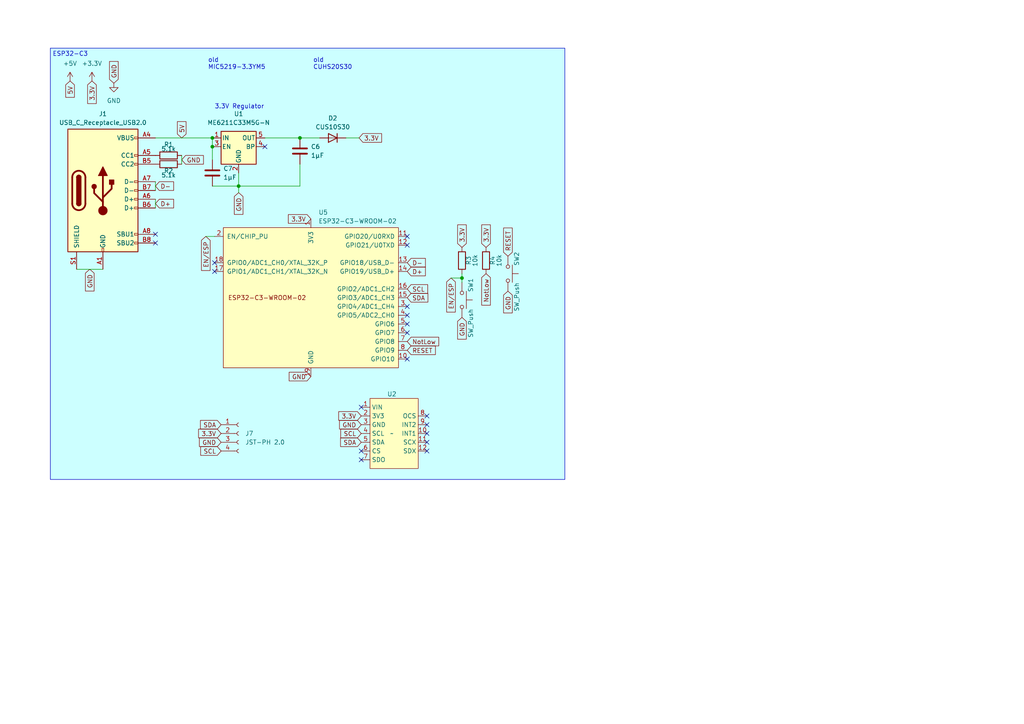
<source format=kicad_sch>
(kicad_sch (version 20230121) (generator eeschema)
  (paper "A4")
  (lib_symbols
    (symbol "Connector:Conn_01x04_Socket" (pin_names (offset 1.016) hide)
      (property "Reference" "J" (at 0 5.08 0))
      (property "Value" "Conn_01x04_Socket" (at 0 -7.62 0))
      (symbol "Conn_01x04_Socket_1_1"
        (arc (start 0 -4.572) (mid -0.5058 -5.08) (end 0 -5.588) (stroke (width 0.1524)))
        (arc (start 0 -2.032) (mid -0.5058 -2.54) (end 0 -3.048) (stroke (width 0.1524)))
        (polyline (pts (xy -1.27 -5.08) (xy -0.508 -5.08)) (stroke (width 0.1524)))
        (polyline (pts (xy -1.27 -2.54) (xy -0.508 -2.54)) (stroke (width 0.1524)))
        (polyline (pts (xy -1.27 0) (xy -0.508 0)) (stroke (width 0.1524)))
        (polyline (pts (xy -1.27 2.54) (xy -0.508 2.54)) (stroke (width 0.1524)))
        (arc (start 0 0.508) (mid -0.5058 0) (end 0 -0.508) (stroke (width 0.1524)))
        (arc (start 0 3.048) (mid -0.5058 2.54) (end 0 2.032) (stroke (width 0.1524)))
        (pin passive line (at -5.08 2.54 0) (length 3.81) (name "Pin_1") (number "1"))
        (pin passive line (at -5.08 0 0) (length 3.81) (name "Pin_2") (number "2"))
        (pin passive line (at -5.08 -2.54 0) (length 3.81) (name "Pin_3") (number "3"))
        (pin passive line (at -5.08 -5.08 0) (length 3.81) (name "Pin_4") (number "4"))
      )
    )
    (symbol "Connector:USB_C_Receptacle_USB2.0" (pin_names (offset 1.016))
      (property "Reference" "J" (at -10.16 19.05 0))
      (property "Value" "USB_C_Receptacle_USB2.0" (at 19.05 19.05 0))
      (symbol "USB_C_Receptacle_USB2.0_0_0"
        (rectangle (start -0.254 -17.78) (end 0.254 -16.764))
        (rectangle (start 10.16 -14.986) (end 9.144 -15.494))
        (rectangle (start 10.16 -12.446) (end 9.144 -12.954))
        (rectangle (start 10.16 -4.826) (end 9.144 -5.334))
        (rectangle (start 10.16 -2.286) (end 9.144 -2.794))
        (rectangle (start 10.16 0.254) (end 9.144 -0.254))
        (rectangle (start 10.16 2.794) (end 9.144 2.286))
        (rectangle (start 10.16 7.874) (end 9.144 7.366))
        (rectangle (start 10.16 10.414) (end 9.144 9.906))
        (rectangle (start 10.16 15.494) (end 9.144 14.986))
      )
      (symbol "USB_C_Receptacle_USB2.0_0_1"
        (rectangle (start -10.16 17.78) (end 10.16 -17.78) (stroke (width 0.254)) (fill (type background)))
        (arc (start -8.89 -3.81) (mid -6.985 -5.7067) (end -5.08 -3.81) (stroke (width 0.508)))
        (arc (start -7.62 -3.81) (mid -6.985 -4.4423) (end -6.35 -3.81) (stroke (width 0.254)))
        (arc (start -7.62 -3.81) (mid -6.985 -4.4423) (end -6.35 -3.81) (stroke (width 0.254)) (fill (type outline)))
        (rectangle (start -7.62 -3.81) (end -6.35 3.81) (stroke (width 0.254)) (fill (type outline)))
        (arc (start -6.35 3.81) (mid -6.985 4.4423) (end -7.62 3.81) (stroke (width 0.254)))
        (arc (start -6.35 3.81) (mid -6.985 4.4423) (end -7.62 3.81) (stroke (width 0.254)) (fill (type outline)))
        (arc (start -5.08 3.81) (mid -6.985 5.7067) (end -8.89 3.81) (stroke (width 0.508)))
        (circle (center -2.54 1.143) (radius 0.635) (stroke (width 0.254)) (fill (type outline)))
        (circle (center 0 -5.842) (radius 1.27) (fill (type outline)))
        (polyline (pts (xy -8.89 -3.81) (xy -8.89 3.81)) (stroke (width 0.508)))
        (polyline (pts (xy -5.08 3.81) (xy -5.08 -3.81)) (stroke (width 0.508)))
        (polyline (pts (xy 0 -5.842) (xy 0 4.318)) (stroke (width 0.508)))
        (polyline (pts (xy 0 -3.302) (xy -2.54 -0.762) (xy -2.54 0.508)) (stroke (width 0.508)))
        (polyline (pts (xy 0 -2.032) (xy 2.54 0.508) (xy 2.54 1.778)) (stroke (width 0.508)))
        (polyline (pts (xy -1.27 4.318) (xy 0 6.858) (xy 1.27 4.318) (xy -1.27 4.318)) (stroke (width 0.254)) (fill (type outline)))
        (rectangle (start 1.905 1.778) (end 3.175 3.048) (stroke (width 0.254)) (fill (type outline)))
      )
      (symbol "USB_C_Receptacle_USB2.0_1_1"
        (pin passive line (at 0 -22.86 90) (length 5.08) (name "GND") (number "A1"))
        (pin passive line (at 0 -22.86 90) (length 5.08) hide (name "GND") (number "A12"))
        (pin passive line (at 15.24 15.24 180) (length 5.08) (name "VBUS") (number "A4"))
        (pin bidirectional line (at 15.24 10.16 180) (length 5.08) (name "CC1") (number "A5"))
        (pin bidirectional line (at 15.24 -2.54 180) (length 5.08) (name "D+") (number "A6"))
        (pin bidirectional line (at 15.24 2.54 180) (length 5.08) (name "D-") (number "A7"))
        (pin bidirectional line (at 15.24 -12.7 180) (length 5.08) (name "SBU1") (number "A8"))
        (pin passive line (at 15.24 15.24 180) (length 5.08) hide (name "VBUS") (number "A9"))
        (pin passive line (at 0 -22.86 90) (length 5.08) hide (name "GND") (number "B1"))
        (pin passive line (at 0 -22.86 90) (length 5.08) hide (name "GND") (number "B12"))
        (pin passive line (at 15.24 15.24 180) (length 5.08) hide (name "VBUS") (number "B4"))
        (pin bidirectional line (at 15.24 7.62 180) (length 5.08) (name "CC2") (number "B5"))
        (pin bidirectional line (at 15.24 -5.08 180) (length 5.08) (name "D+") (number "B6"))
        (pin bidirectional line (at 15.24 0 180) (length 5.08) (name "D-") (number "B7"))
        (pin bidirectional line (at 15.24 -15.24 180) (length 5.08) (name "SBU2") (number "B8"))
        (pin passive line (at 15.24 15.24 180) (length 5.08) hide (name "VBUS") (number "B9"))
        (pin passive line (at -7.62 -22.86 90) (length 5.08) (name "SHIELD") (number "S1"))
      )
    )
    (symbol "Device:C" (pin_numbers hide) (pin_names (offset 0.254))
      (property "Reference" "C" (at 0.635 2.54 0))
      (property "Value" "C" (at 0.635 -2.54 0))
      (symbol "C_0_1"
        (polyline (pts (xy -2.032 -0.762) (xy 2.032 -0.762)) (stroke (width 0.508)))
        (polyline (pts (xy -2.032 0.762) (xy 2.032 0.762)) (stroke (width 0.508)))
      )
      (symbol "C_1_1"
        (pin passive line (at 0 3.81 270) (length 2.794) (name "~") (number "1"))
        (pin passive line (at 0 -3.81 90) (length 2.794) (name "~") (number "2"))
      )
    )
    (symbol "Device:R" (pin_numbers hide) (pin_names (offset 0))
      (property "Reference" "R" (at 2.032 0 90))
      (property "Value" "R" (at 0 0 90))
      (symbol "R_0_1"
        (rectangle (start -1.016 -2.54) (end 1.016 2.54) (stroke (width 0.254)))
      )
      (symbol "R_1_1"
        (pin passive line (at 0 3.81 270) (length 1.27) (name "~") (number "1"))
        (pin passive line (at 0 -3.81 90) (length 1.27) (name "~") (number "2"))
      )
    )
    (symbol "Diode:1N4148WT" (pin_numbers hide) (pin_names hide)
      (property "Reference" "D" (at 0 2.54 0))
      (property "Value" "1N4148WT" (at 0 -2.54 0))
      (symbol "1N4148WT_0_1"
        (polyline (pts (xy -1.27 1.27) (xy -1.27 -1.27)) (stroke (width 0.254)))
        (polyline (pts (xy 1.27 0) (xy -1.27 0)))
        (polyline (pts (xy 1.27 1.27) (xy 1.27 -1.27) (xy -1.27 0) (xy 1.27 1.27)) (stroke (width 0.254)))
      )
      (symbol "1N4148WT_1_1"
        (pin passive line (at -3.81 0 0) (length 2.54) (name "K") (number "1"))
        (pin passive line (at 3.81 0 180) (length 2.54) (name "A") (number "2"))
      )
    )
    (symbol "PCM_Espressif:ESP32-C3-WROOM-02" (pin_names (offset 1.016))
      (property "Reference" "U" (at -25.4 25.4 0))
      (property "Value" "ESP32-C3-WROOM-02" (at -25.4 22.86 0))
      (symbol "ESP32-C3-WROOM-02_0_0"
        (text "ESP32-C3-WROOM-02" (at -12.7 0 0) (effects (font (size 1.27 1.27))))
      )
      (symbol "ESP32-C3-WROOM-02_0_1"
        (rectangle (start 25.4 20.32) (end -25.4 -20.32) (fill (type background)))
      )
      (symbol "ESP32-C3-WROOM-02_1_1"
        (pin power_in line (at 0 22.86 270) (length 2.54) (name "3V3") (number "1"))
        (pin bidirectional line (at 27.94 -17.78 180) (length 2.54) (name "GPIO10") (number "10"))
        (pin bidirectional line (at 27.94 17.78 180) (length 2.54) (name "GPIO20/U0RXD") (number "11"))
        (pin bidirectional line (at 27.94 15.24 180) (length 2.54) (name "GPIO21/U0TXD") (number "12"))
        (pin bidirectional line (at 27.94 10.16 180) (length 2.54) (name "GPIO18/USB_D-") (number "13"))
        (pin bidirectional line (at 27.94 7.62 180) (length 2.54) (name "GPIO19/USB_D+") (number "14"))
        (pin bidirectional line (at 27.94 0 180) (length 2.54) (name "GPIO3/ADC1_CH3") (number "15"))
        (pin bidirectional line (at 27.94 2.54 180) (length 2.54) (name "GPIO2/ADC1_CH2") (number "16"))
        (pin bidirectional line (at -27.94 7.62 0) (length 2.54) (name "GPIO1/ADC1_CH1/XTAL_32K_N") (number "17"))
        (pin bidirectional line (at -27.94 10.16 0) (length 2.54) (name "GPIO0/ADC1_CH0/XTAL_32K_P") (number "18"))
        (pin power_in line (at 0 -22.86 90) (length 2.54) (name "GND") (number "19"))
        (pin input line (at -27.94 17.78 0) (length 2.54) (name "EN/CHIP_PU") (number "2"))
        (pin bidirectional line (at 27.94 -2.54 180) (length 2.54) (name "GPIO4/ADC1_CH4") (number "3"))
        (pin bidirectional line (at 27.94 -5.08 180) (length 2.54) (name "GPIO5/ADC2_CH0") (number "4"))
        (pin bidirectional line (at 27.94 -7.62 180) (length 2.54) (name "GPIO6") (number "5"))
        (pin bidirectional line (at 27.94 -10.16 180) (length 2.54) (name "GPIO7") (number "6"))
        (pin bidirectional line (at 27.94 -12.7 180) (length 2.54) (name "GPIO8") (number "7"))
        (pin bidirectional line (at 27.94 -15.24 180) (length 2.54) (name "GPIO9") (number "8"))
        (pin passive line (at 0 -22.86 90) (length 2.54) hide (name "GND") (number "9"))
      )
    )
    (symbol "Regulator_Linear:MIC5219-3.3YM5" (pin_names (offset 0.254))
      (property "Reference" "U" (at -3.81 5.715 0))
      (property "Value" "MIC5219-3.3YM5" (at 0 5.715 0))
      (symbol "MIC5219-3.3YM5_0_1"
        (rectangle (start -5.08 4.445) (end 5.08 -5.08) (stroke (width 0.254)) (fill (type background)))
      )
      (symbol "MIC5219-3.3YM5_1_1"
        (pin power_in line (at -7.62 2.54 0) (length 2.54) (name "IN") (number "1"))
        (pin power_in line (at 0 -7.62 90) (length 2.54) (name "GND") (number "2"))
        (pin input line (at -7.62 0 0) (length 2.54) (name "EN") (number "3"))
        (pin input line (at 7.62 0 180) (length 2.54) (name "BP") (number "4"))
        (pin power_out line (at 7.62 2.54 180) (length 2.54) (name "OUT") (number "5"))
      )
    )
    (symbol "Switch:SW_Push" (pin_numbers hide) (pin_names (offset 1.016) hide)
      (property "Reference" "SW" (at 1.27 2.54 0))
      (property "Value" "SW_Push" (at 0 -1.524 0))
      (symbol "SW_Push_0_1"
        (circle (center -2.032 0) (radius 0.508))
        (polyline (pts (xy 0 1.27) (xy 0 3.048)))
        (polyline (pts (xy 2.54 1.27) (xy -2.54 1.27)))
        (circle (center 2.032 0) (radius 0.508))
        (pin passive line (at -5.08 0 0) (length 2.54) (name "1") (number "1"))
        (pin passive line (at 5.08 0 180) (length 2.54) (name "2") (number "2"))
      )
    )
    (symbol "power:+3.3V" (power) (pin_names (offset 0))
      (property "Value" "+3.3V" (at 0 3.556 0))
      (symbol "+3.3V_0_1"
        (polyline (pts (xy -0.762 1.27) (xy 0 2.54)))
        (polyline (pts (xy 0 0) (xy 0 2.54)))
        (polyline (pts (xy 0 2.54) (xy 0.762 1.27)))
      )
      (symbol "+3.3V_1_1"
        (pin power_in line (at 0 0 90) (length 0) hide (name "+3.3V") (number "1"))
      )
    )
    (symbol "power:+5V" (power) (pin_names (offset 0))
      (property "Value" "+5V" (at 0 3.556 0))
      (symbol "+5V_0_1"
        (polyline (pts (xy -0.762 1.27) (xy 0 2.54)))
        (polyline (pts (xy 0 0) (xy 0 2.54)))
        (polyline (pts (xy 0 2.54) (xy 0.762 1.27)))
      )
      (symbol "+5V_1_1"
        (pin power_in line (at 0 0 90) (length 0) hide (name "+5V") (number "1"))
      )
    )
    (symbol "power:GND" (power) (pin_names (offset 0))
      (property "Value" "GND" (at 0 -3.81 0))
      (symbol "GND_0_1"
        (polyline (pts (xy 0 0) (xy 0 -1.27) (xy 1.27 -1.27) (xy 0 -2.54) (xy -1.27 -1.27) (xy 0 -1.27)))
      )
      (symbol "GND_1_1"
        (pin power_in line (at 0 0 270) (length 0) hide (name "GND") (number "1"))
      )
    )
    (symbol "yozolab:BMI160-Module"
      (property "Reference" "U2" (at 0 11.43 0))
      (property "Value" "~" (at 0 0 0))
      (property "Footprint" "Yozolab:BMI160-Module" (at 0 13.97 0))
      (symbol "BMI160-Module_1_1"
        (rectangle (start -6.35 10.16) (end 7.62 -10.16) (fill (type background)))
        (pin input line (at -8.89 7.62 0) (length 2.54) (name "VIN") (number "1"))
        (pin input line (at 10.16 0 180) (length 2.54) (name "INT1") (number "10"))
        (pin input line (at 10.16 -2.54 180) (length 2.54) (name "SCX") (number "11"))
        (pin input line (at 10.16 -5.08 180) (length 2.54) (name "SDX") (number "12"))
        (pin input line (at -8.89 5.08 0) (length 2.54) (name "3V3") (number "2"))
        (pin input line (at -8.89 2.54 0) (length 2.54) (name "GND") (number "3"))
        (pin input line (at -8.89 0 0) (length 2.54) (name "SCL") (number "4"))
        (pin input line (at -8.89 -2.54 0) (length 2.54) (name "SDA") (number "5"))
        (pin input line (at -8.89 -5.08 0) (length 2.54) (name "CS") (number "6"))
        (pin input line (at -8.89 -7.62 0) (length 2.54) (name "SDO") (number "7"))
        (pin input line (at 10.16 5.08 180) (length 2.54) (name "OCS") (number "8"))
        (pin input line (at 10.16 2.54 180) (length 2.54) (name "INT2") (number "9"))
      )
    )
  )
  (junction (at 133.985 80.645))
  (junction (at 86.995 40.005))
  (junction (at 61.595 40.005))
  (junction (at 69.215 53.975))
  (junction (at 61.595 42.545))
  (no_connect (at 123.825 130.81))
  (no_connect (at 45.085 70.485))
  (no_connect (at 62.23 78.74))
  (no_connect (at 118.11 88.9))
  (no_connect (at 118.11 68.58))
  (no_connect (at 123.825 128.27))
  (no_connect (at 118.11 91.44))
  (no_connect (at 123.825 123.19))
  (no_connect (at 76.835 42.545))
  (no_connect (at 118.11 96.52))
  (no_connect (at 123.825 125.73))
  (no_connect (at 104.775 130.81))
  (no_connect (at 118.11 104.14))
  (no_connect (at 118.11 71.12))
  (no_connect (at 104.775 118.11))
  (no_connect (at 123.825 120.65))
  (no_connect (at 62.23 76.2))
  (no_connect (at 104.775 133.35))
  (no_connect (at 45.085 67.945))
  (no_connect (at 118.11 93.98))
  (wire (pts (xy 76.835 40.005) (xy 86.995 40.005)))
  (wire (pts (xy 133.985 81.915) (xy 133.985 80.645)))
  (wire (pts (xy 61.595 40.005) (xy 61.595 42.545)))
  (wire (pts (xy 130.81 80.645) (xy 133.985 80.645)))
  (wire (pts (xy 45.085 57.785) (xy 45.085 60.325)))
  (wire (pts (xy 69.215 53.975) (xy 69.215 55.88)))
  (wire (pts (xy 86.995 40.005) (xy 92.71 40.005)))
  (wire (pts (xy 69.215 50.165) (xy 69.215 53.975)))
  (wire (pts (xy 45.085 40.005) (xy 61.595 40.005)))
  (wire (pts (xy 133.985 80.645) (xy 133.985 79.375)))
  (wire (pts (xy 45.085 52.705) (xy 45.085 55.245)))
  (wire (pts (xy 52.705 45.085) (xy 52.705 47.625)))
  (wire (pts (xy 86.995 47.625) (xy 86.995 53.975)))
  (wire (pts (xy 59.69 68.58) (xy 62.23 68.58)))
  (wire (pts (xy 86.995 53.975) (xy 69.215 53.975)))
  (wire (pts (xy 100.33 40.005) (xy 104.14 40.005)))
  (wire (pts (xy 61.595 53.975) (xy 69.215 53.975)))
  (wire (pts (xy 22.225 78.105) (xy 29.845 78.105)))
  (wire (pts (xy 61.595 42.545) (xy 61.595 46.355)))
  (rectangle (start 14.605 13.97) (end 163.83 139.065) (fill (type color) (color 0 255 255 0.2)))
  (text "ESP32-C3" (at 15.24 16.51 0) (effects (font (size 1.27 1.27)) (justify left bottom)))
  (text "old\nCUHS20S30" (at 90.805 20.32 0) (effects (font (size 1.27 1.27)) (justify left bottom)))
  (text "3.3V Regulator" (at 62.23 31.75 0) (effects (font (size 1.27 1.27)) (justify left bottom)))
  (text "old\nMIC5219-3.3YM5" (at 60.325 20.32 0) (effects (font (size 1.27 1.27)) (justify left bottom)))
  (global_label "GND" (shape input) (at 33.02 24.13 90) (property "Intersheetrefs" "${INTERSHEET_REFS}" (effects hide)))
  (global_label "NotLow" (shape input) (at 140.97 79.375 270) (property "Intersheetrefs" "${INTERSHEET_REFS}" (effects hide)))
  (global_label "D-" (shape input) (at 45.085 53.975 0) (property "Intersheetrefs" "${INTERSHEET_REFS}" (effects hide)))
  (global_label "GND" (shape input) (at 104.775 123.19 180) (property "Intersheetrefs" "${INTERSHEET_REFS}" (effects hide)))
  (global_label "SDA" (shape input) (at 118.11 86.36 0) (property "Intersheetrefs" "${INTERSHEET_REFS}" (effects hide)))
  (global_label "GND" (shape input) (at 69.215 55.88 270) (property "Intersheetrefs" "${INTERSHEET_REFS}" (effects hide)))
  (global_label "3.3V" (shape input) (at 90.17 63.5 180) (property "Intersheetrefs" "${INTERSHEET_REFS}" (effects hide)))
  (global_label "EN{slash}ESP" (shape input) (at 130.81 80.645 270) (property "Intersheetrefs" "${INTERSHEET_REFS}" (effects hide)))
  (global_label "RESET" (shape input) (at 118.11 101.6 0) (property "Intersheetrefs" "${INTERSHEET_REFS}" (effects hide)))
  (global_label "3.3V" (shape input) (at 104.14 40.005 0) (property "Intersheetrefs" "${INTERSHEET_REFS}" (effects hide)))
  (global_label "GND" (shape input) (at 52.705 46.355 0) (property "Intersheetrefs" "${INTERSHEET_REFS}" (effects hide)))
  (global_label "RESET" (shape input) (at 147.32 74.295 90) (property "Intersheetrefs" "${INTERSHEET_REFS}" (effects hide)))
  (global_label "3.3V" (shape input) (at 133.985 71.755 90) (property "Intersheetrefs" "${INTERSHEET_REFS}" (effects hide)))
  (global_label "SCL" (shape input) (at 118.11 83.82 0) (property "Intersheetrefs" "${INTERSHEET_REFS}" (effects hide)))
  (global_label "3.3V" (shape input) (at 140.97 71.755 90) (property "Intersheetrefs" "${INTERSHEET_REFS}" (effects hide)))
  (global_label "GND" (shape input) (at 90.17 109.22 180) (property "Intersheetrefs" "${INTERSHEET_REFS}" (effects hide)))
  (global_label "NotLow" (shape input) (at 118.11 99.06 0) (property "Intersheetrefs" "${INTERSHEET_REFS}" (effects hide)))
  (global_label "GND" (shape input) (at 133.985 92.075 270) (property "Intersheetrefs" "${INTERSHEET_REFS}" (effects hide)))
  (global_label "GND" (shape input) (at 26.035 78.105 270) (property "Intersheetrefs" "${INTERSHEET_REFS}" (effects hide)))
  (global_label "SDA" (shape input) (at 64.135 123.19 180) (property "Intersheetrefs" "${INTERSHEET_REFS}" (effects hide)))
  (global_label "GND" (shape input) (at 147.32 84.455 270) (property "Intersheetrefs" "${INTERSHEET_REFS}" (effects hide)))
  (global_label "SDA" (shape input) (at 104.775 128.27 180) (property "Intersheetrefs" "${INTERSHEET_REFS}" (effects hide)))
  (global_label "D+" (shape input) (at 118.11 78.74 0) (property "Intersheetrefs" "${INTERSHEET_REFS}" (effects hide)))
  (global_label "EN{slash}ESP" (shape input) (at 59.69 68.58 270) (property "Intersheetrefs" "${INTERSHEET_REFS}" (effects hide)))
  (global_label "D+" (shape input) (at 45.085 59.055 0) (property "Intersheetrefs" "${INTERSHEET_REFS}" (effects hide)))
  (global_label "3.3V" (shape input) (at 104.775 120.65 180) (property "Intersheetrefs" "${INTERSHEET_REFS}" (effects hide)))
  (global_label "GND" (shape input) (at 64.135 128.27 180) (property "Intersheetrefs" "${INTERSHEET_REFS}" (effects hide)))
  (global_label "5V" (shape input) (at 52.705 40.005 90) (property "Intersheetrefs" "${INTERSHEET_REFS}" (effects hide)))
  (global_label "SCL" (shape input) (at 64.135 130.81 180) (property "Intersheetrefs" "${INTERSHEET_REFS}" (effects hide)))
  (global_label "5V" (shape input) (at 20.32 23.495 270) (property "Intersheetrefs" "${INTERSHEET_REFS}" (effects hide)))
  (global_label "SCL" (shape input) (at 104.775 125.73 180) (property "Intersheetrefs" "${INTERSHEET_REFS}" (effects hide)))
  (global_label "3.3V" (shape input) (at 64.135 125.73 180) (property "Intersheetrefs" "${INTERSHEET_REFS}" (effects hide)))
  (global_label "3.3V" (shape input) (at 26.67 23.495 270) (property "Intersheetrefs" "${INTERSHEET_REFS}" (effects hide)))
  (global_label "D-" (shape input) (at 118.11 76.2 0) (property "Intersheetrefs" "${INTERSHEET_REFS}" (effects hide)))
  (symbol (lib_id "Device:R") (at 140.97 75.565 180) (unit 1)
    (property "Reference" "R4" (at 142.875 75.565 90))
    (property "Value" "10k" (at 144.78 75.565 90))
    (property "Footprint" "Resistor_SMD:R_0603_1608Metric" (effects hide))
  )
  (symbol (lib_id "Diode:1N4148WT") (at 96.52 40.005 180) (unit 1)
    (property "Reference" "D2" (at 96.52 34.29 0))
    (property "Value" "CUS10S30\n" (at 96.52 36.83 0))
    (property "Footprint" "Diode_SMD:D_SOD-323" (effects hide))
    (property "Datasheet" "https://www.diodes.com/assets/Datasheets/ds30396.pdf" (effects hide))
    (property "Sim.Device" "D" (effects hide))
    (property "Sim.Pins" "1=K 2=A" (effects hide))
  )
  (symbol (lib_id "yozolab:BMI160-Module") (at 113.665 125.73 0) (unit 1)
    (property "Reference" "U2" (at 113.665 114.3 0))
    (property "Value" "~" (at 113.665 125.73 0))
    (property "Footprint" "Yozolab:BMI160-Module" (effects hide))
  )
  (symbol (lib_id "power:GND") (at 33.02 24.13 0) (unit 1)
    (property "Reference" "#PWR03" (effects hide))
    (property "Value" "GND" (at 33.02 29.21 0))
  )
  (symbol (lib_id "Device:C") (at 86.995 43.815 0) (unit 1)
    (property "Reference" "C6" (at 90.17 42.545 0) (effects (justify left)))
    (property "Value" "1μF" (at 90.17 45.085 0) (effects (justify left)))
    (property "Footprint" "Capacitor_SMD:C_0805_2012Metric" (effects hide))
  )
  (symbol (lib_id "Regulator_Linear:MIC5219-3.3YM5") (at 69.215 42.545 0) (unit 1)
    (property "Reference" "U1" (at 69.215 33.02 0))
    (property "Value" "ME6211C33M5G-N" (at 69.215 35.56 0))
    (property "Footprint" "Package_TO_SOT_SMD:SOT-23-5" (effects hide))
    (property "Datasheet" "http://ww1.microchip.com/downloads/en/DeviceDoc/MIC5219-500mA-Peak-Output-LDO-Regulator-DS20006021A.pdf" (effects hide))
  )
  (symbol (lib_id "Connector:Conn_01x04_Socket") (at 69.215 125.73 0) (unit 1)
    (property "Reference" "J7" (at 71.12 125.73 0) (effects (justify left)))
    (property "Value" "JST-PH 2.0" (at 71.12 128.27 0) (effects (justify left)))
    (property "Footprint" "Connector_JST:JST_PH_S4B-PH-SM4-TB_1x04-1MP_P2.00mm_Horizontal" (effects hide))
  )
  (symbol (lib_id "power:+5V") (at 20.32 23.495 0) (unit 1)
    (property "Reference" "#PWR01" (effects hide))
    (property "Value" "+5V" (at 20.32 18.415 0))
  )
  (symbol (lib_id "Device:C") (at 61.595 50.165 180) (unit 1)
    (property "Reference" "C7" (at 64.77 48.895 0) (effects (justify right)))
    (property "Value" "1μF" (at 64.77 51.435 0) (effects (justify right)))
    (property "Footprint" "Capacitor_SMD:C_0805_2012Metric" (effects hide))
  )
  (symbol (lib_id "Device:R") (at 48.895 47.625 90) (unit 1)
    (property "Reference" "R2" (at 48.895 49.53 90))
    (property "Value" "5.1k" (at 48.895 50.8 90))
    (property "Footprint" "Resistor_SMD:R_0603_1608Metric" (effects hide))
  )
  (symbol (lib_id "Connector:USB_C_Receptacle_USB2.0") (at 29.845 55.245 0) (unit 1)
    (property "Reference" "J1" (at 29.845 33.02 0))
    (property "Value" "USB_C_Receptacle_USB2.0" (at 29.845 35.56 0))
    (property "Footprint" "Connector_USB:USB_C_Receptacle_HRO_TYPE-C-31-M-12" (effects hide))
    (property "Datasheet" "https://www.usb.org/sites/default/files/documents/usb_type-c.zip" (effects hide))
  )
  (symbol (lib_id "Device:R") (at 133.985 75.565 180) (unit 1)
    (property "Reference" "R3" (at 135.89 75.565 90))
    (property "Value" "10k" (at 137.795 75.565 90))
    (property "Footprint" "Resistor_SMD:R_0603_1608Metric" (effects hide))
  )
  (symbol (lib_id "power:+3.3V") (at 26.67 23.495 0) (unit 1)
    (property "Reference" "#PWR02" (effects hide))
    (property "Value" "+3.3V" (at 26.67 18.415 0))
  )
  (symbol (lib_id "Switch:SW_Push") (at 133.985 86.995 270) (unit 1)
    (property "Reference" "SW1" (at 136.525 80.645 0) (effects (justify left)))
    (property "Value" "SW_Push" (at 136.525 89.535 0) (effects (justify left)))
    (property "Footprint" "Button_Switch_SMD:SW_Push_SPST_NO_Alps_SKRK" (effects hide))
  )
  (symbol (lib_id "Device:R") (at 48.895 45.085 90) (unit 1)
    (property "Reference" "R1" (at 48.895 41.91 90))
    (property "Value" "5.1k" (at 48.895 43.18 90))
    (property "Footprint" "Resistor_SMD:R_0603_1608Metric" (effects hide))
  )
  (symbol (lib_id "PCM_Espressif:ESP32-C3-WROOM-02") (at 90.17 86.36 0) (unit 1)
    (property "Reference" "U5" (at 92.3641 61.595 0) (effects (justify left)))
    (property "Value" "ESP32-C3-WROOM-02" (at 92.3641 64.135 0) (effects (justify left)))
    (property "Footprint" "PCM_Espressif:ESP32-C3-WROOM-02" (effects hide))
    (property "Datasheet" "https://www.espressif.com/sites/default/files/documentation/esp32-c3-wroom-02_datasheet_en.pdf" (effects hide))
  )
  (symbol (lib_id "Switch:SW_Push") (at 147.32 79.375 270) (unit 1)
    (property "Reference" "SW2" (at 149.86 73.025 0) (effects (justify left)))
    (property "Value" "SW_Push" (at 149.86 81.915 0) (effects (justify left)))
    (property "Footprint" "Button_Switch_SMD:SW_Push_SPST_NO_Alps_SKRK" (effects hide))
  )
)
</source>
